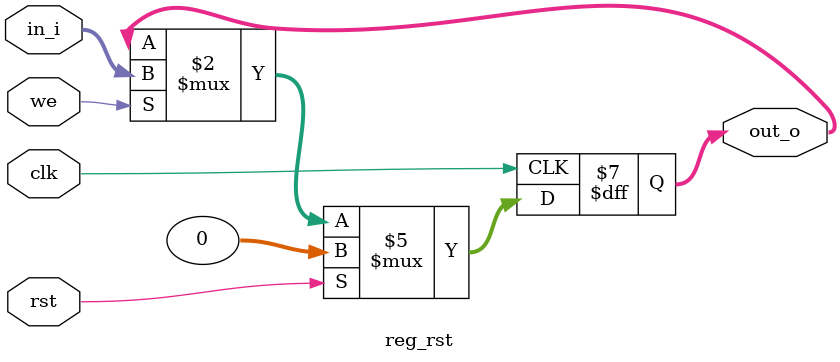
<source format=sv>
/*
 * Module: reg_rst
 *
 * Description: A DWIDTH register implementation with
 * synchronous reset. Input is registered at the rising
 * edge of the clock.
 *
 * Inputs:
 * 1) clk
 * 2) rst signal
 * 3) DWIDTH input in_i
 *
 * Outputs:
 * 1) DWIDTH output out_o
 *
 */
module reg_rst #(
    parameter int DWIDTH = 32)(
    input logic 				clk,
    input logic 				rst,
	input logic 				we,
    input logic [DWIDTH-1:0] 	in_i,
    output logic [DWIDTH-1:0] 	out_o
);
    /*
     * Process definitions to be filled by
     * student below...
     */

	always_ff @(posedge clk) begin
		if (rst) begin
			out_o <= '0;
		end else if (we) begin
			out_o <= in_i;
		end
	end


endmodule: reg_rst

</source>
